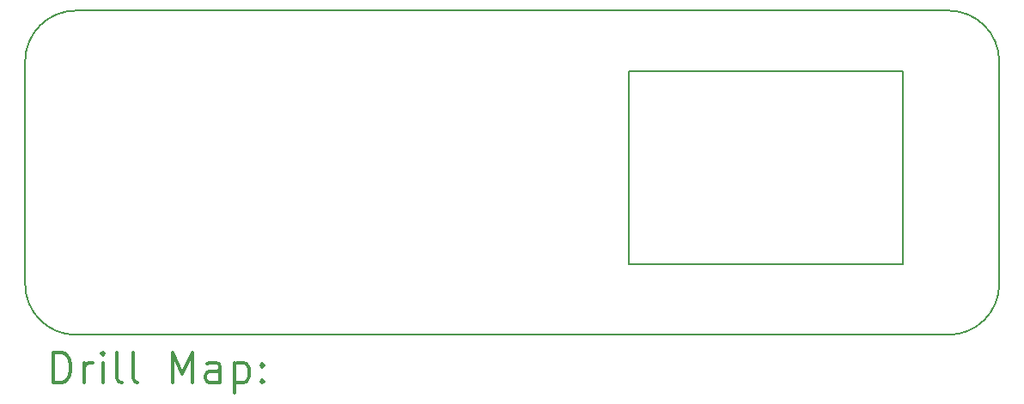
<source format=gbr>
%FSLAX45Y45*%
G04 Gerber Fmt 4.5, Leading zero omitted, Abs format (unit mm)*
G04 Created by KiCad (PCBNEW (5.0.2)-1) date 2019/10/03 0:01:41*
%MOMM*%
%LPD*%
G01*
G04 APERTURE LIST*
%ADD10C,0.150000*%
%ADD11C,0.200000*%
%ADD12C,0.300000*%
G04 APERTURE END LIST*
D10*
X19800000Y-8000000D02*
X17100000Y-8000000D01*
X19800000Y-9900000D02*
X19800000Y-8000000D01*
X17100000Y-9900000D02*
X19800000Y-9900000D01*
X17100000Y-8000000D02*
X17100000Y-9900000D01*
X11650000Y-10600000D02*
X20250000Y-10600000D01*
X20750000Y-10100000D02*
G75*
G02X20250000Y-10600000I-500000J0D01*
G01*
X20750000Y-7900000D02*
X20750000Y-10100000D01*
X11150000Y-7900000D02*
X11150000Y-10100000D01*
X11650000Y-10600000D02*
G75*
G02X11150000Y-10100000I0J500000D01*
G01*
X11650000Y-7400000D02*
X11900000Y-7400000D01*
X11150000Y-7900000D02*
G75*
G02X11650000Y-7400000I500000J0D01*
G01*
X20200000Y-7400000D02*
X20250000Y-7400000D01*
X20250000Y-7400000D02*
G75*
G02X20750000Y-7900000I0J-500000D01*
G01*
X20100000Y-7400000D02*
X20200000Y-7400000D01*
D11*
X11900000Y-7400000D02*
X20100000Y-7400000D01*
D11*
D12*
X11428928Y-11073214D02*
X11428928Y-10773214D01*
X11500357Y-10773214D01*
X11543214Y-10787500D01*
X11571786Y-10816072D01*
X11586071Y-10844643D01*
X11600357Y-10901786D01*
X11600357Y-10944643D01*
X11586071Y-11001786D01*
X11571786Y-11030357D01*
X11543214Y-11058929D01*
X11500357Y-11073214D01*
X11428928Y-11073214D01*
X11728928Y-11073214D02*
X11728928Y-10873214D01*
X11728928Y-10930357D02*
X11743214Y-10901786D01*
X11757500Y-10887500D01*
X11786071Y-10873214D01*
X11814643Y-10873214D01*
X11914643Y-11073214D02*
X11914643Y-10873214D01*
X11914643Y-10773214D02*
X11900357Y-10787500D01*
X11914643Y-10801786D01*
X11928928Y-10787500D01*
X11914643Y-10773214D01*
X11914643Y-10801786D01*
X12100357Y-11073214D02*
X12071786Y-11058929D01*
X12057500Y-11030357D01*
X12057500Y-10773214D01*
X12257500Y-11073214D02*
X12228928Y-11058929D01*
X12214643Y-11030357D01*
X12214643Y-10773214D01*
X12600357Y-11073214D02*
X12600357Y-10773214D01*
X12700357Y-10987500D01*
X12800357Y-10773214D01*
X12800357Y-11073214D01*
X13071786Y-11073214D02*
X13071786Y-10916072D01*
X13057500Y-10887500D01*
X13028928Y-10873214D01*
X12971786Y-10873214D01*
X12943214Y-10887500D01*
X13071786Y-11058929D02*
X13043214Y-11073214D01*
X12971786Y-11073214D01*
X12943214Y-11058929D01*
X12928928Y-11030357D01*
X12928928Y-11001786D01*
X12943214Y-10973214D01*
X12971786Y-10958929D01*
X13043214Y-10958929D01*
X13071786Y-10944643D01*
X13214643Y-10873214D02*
X13214643Y-11173214D01*
X13214643Y-10887500D02*
X13243214Y-10873214D01*
X13300357Y-10873214D01*
X13328928Y-10887500D01*
X13343214Y-10901786D01*
X13357500Y-10930357D01*
X13357500Y-11016072D01*
X13343214Y-11044643D01*
X13328928Y-11058929D01*
X13300357Y-11073214D01*
X13243214Y-11073214D01*
X13214643Y-11058929D01*
X13486071Y-11044643D02*
X13500357Y-11058929D01*
X13486071Y-11073214D01*
X13471786Y-11058929D01*
X13486071Y-11044643D01*
X13486071Y-11073214D01*
X13486071Y-10887500D02*
X13500357Y-10901786D01*
X13486071Y-10916072D01*
X13471786Y-10901786D01*
X13486071Y-10887500D01*
X13486071Y-10916072D01*
M02*

</source>
